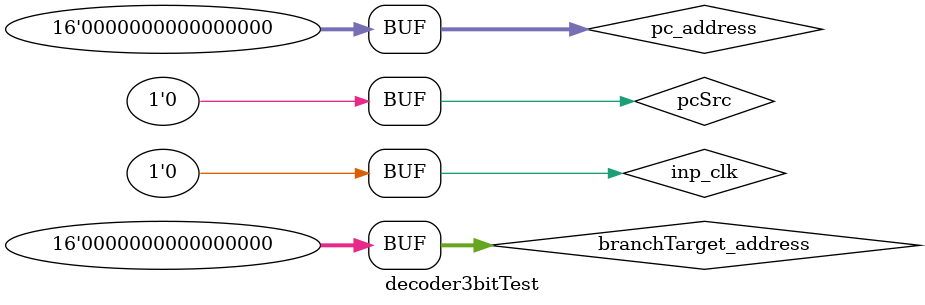
<source format=v>
`timescale 1ns / 1ps


module decoder3bitTest;

	// Inputs
	reg inp_clk;
	reg [15:0] pc_address;
	reg pcSrc;
	reg [15:0] branchTarget_address;

	// Outputs
	wire [15:0] instruction;

	// Instantiate the Unit Under Test (UUT)
	CPU uut (
		.inp_clk(inp_clk), 
		.pc_address(pc_address), 
		.pcSrc(pcSrc), 
		.instruction(instruction), 
		.branchTarget_address(branchTarget_address)
	);

	initial begin
		// Initialize Inputs
		inp_clk = 0;
		pc_address = 0;
		pcSrc = 0;
		branchTarget_address = 0;

		// Wait 100 ns for global reset to finish
		#100;
        
		// Add stimulus here

	end
      
endmodule


</source>
